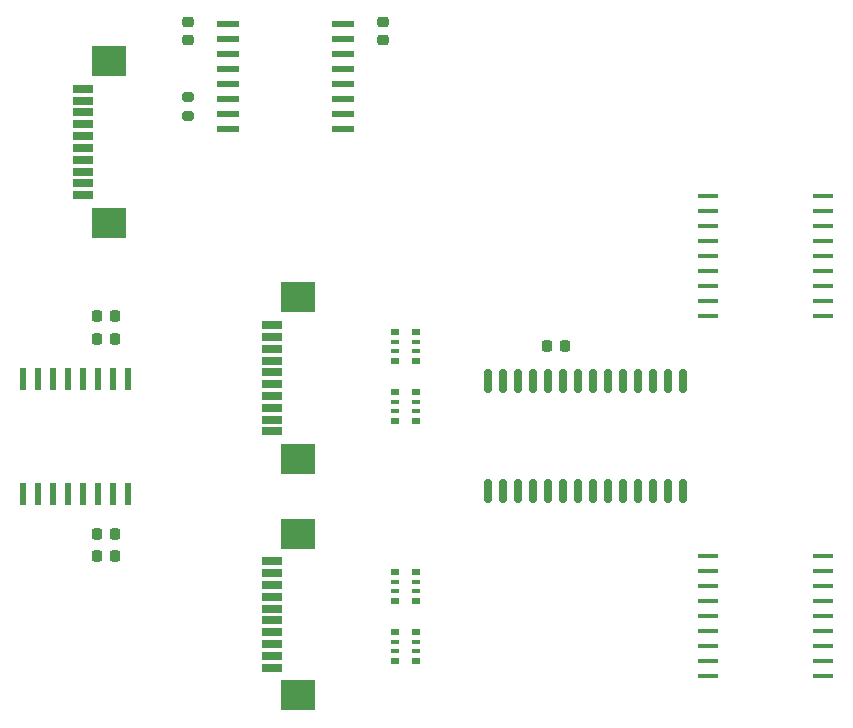
<source format=gbr>
%TF.GenerationSoftware,KiCad,Pcbnew,8.0.7-8.0.7-0~ubuntu24.04.1*%
%TF.CreationDate,2025-01-20T15:28:16+03:00*%
%TF.ProjectId,PM-DQ16-source,504d2d44-5131-4362-9d73-6f757263652e,rev?*%
%TF.SameCoordinates,Original*%
%TF.FileFunction,Paste,Top*%
%TF.FilePolarity,Positive*%
%FSLAX46Y46*%
G04 Gerber Fmt 4.6, Leading zero omitted, Abs format (unit mm)*
G04 Created by KiCad (PCBNEW 8.0.7-8.0.7-0~ubuntu24.04.1) date 2025-01-20 15:28:16*
%MOMM*%
%LPD*%
G01*
G04 APERTURE LIST*
G04 Aperture macros list*
%AMRoundRect*
0 Rectangle with rounded corners*
0 $1 Rounding radius*
0 $2 $3 $4 $5 $6 $7 $8 $9 X,Y pos of 4 corners*
0 Add a 4 corners polygon primitive as box body*
4,1,4,$2,$3,$4,$5,$6,$7,$8,$9,$2,$3,0*
0 Add four circle primitives for the rounded corners*
1,1,$1+$1,$2,$3*
1,1,$1+$1,$4,$5*
1,1,$1+$1,$6,$7*
1,1,$1+$1,$8,$9*
0 Add four rect primitives between the rounded corners*
20,1,$1+$1,$2,$3,$4,$5,0*
20,1,$1+$1,$4,$5,$6,$7,0*
20,1,$1+$1,$6,$7,$8,$9,0*
20,1,$1+$1,$8,$9,$2,$3,0*%
G04 Aperture macros list end*
%ADD10R,1.716000X0.450800*%
%ADD11R,0.800000X0.500000*%
%ADD12R,0.800000X0.400000*%
%ADD13RoundRect,0.225000X0.225000X0.250000X-0.225000X0.250000X-0.225000X-0.250000X0.225000X-0.250000X0*%
%ADD14RoundRect,0.225000X-0.225000X-0.250000X0.225000X-0.250000X0.225000X0.250000X-0.225000X0.250000X0*%
%ADD15RoundRect,0.225000X-0.250000X0.225000X-0.250000X-0.225000X0.250000X-0.225000X0.250000X0.225000X0*%
%ADD16RoundRect,0.150000X-0.150000X0.875000X-0.150000X-0.875000X0.150000X-0.875000X0.150000X0.875000X0*%
%ADD17R,1.803400X0.635000*%
%ADD18R,2.997200X2.590800*%
%ADD19R,1.854200X0.482600*%
%ADD20RoundRect,0.200000X0.275000X-0.200000X0.275000X0.200000X-0.275000X0.200000X-0.275000X-0.200000X0*%
%ADD21R,0.482600X1.854200*%
G04 APERTURE END LIST*
D10*
%TO.C,U6*%
X10389202Y25400000D03*
X10389202Y24130000D03*
X10389202Y22860000D03*
X10389202Y21590000D03*
X10389202Y20320000D03*
X10389202Y19050000D03*
X10389202Y17780000D03*
X10389202Y16510000D03*
X10389202Y15240000D03*
X20090798Y15240000D03*
X20090798Y16510000D03*
X20090798Y17780000D03*
X20090798Y19050000D03*
X20090798Y20320000D03*
X20090798Y21590000D03*
X20090798Y22860000D03*
X20090798Y24130000D03*
X20090798Y25400000D03*
%TD*%
D11*
%TO.C,RN3*%
X-16140000Y-6420000D03*
D12*
X-16140000Y-7220000D03*
X-16140000Y-8020000D03*
D11*
X-16140000Y-8820000D03*
X-14340000Y-8820000D03*
D12*
X-14340000Y-8020000D03*
X-14340000Y-7220000D03*
D11*
X-14340000Y-6420000D03*
%TD*%
D13*
%TO.C,C7*%
X-1765000Y12700000D03*
X-3315000Y12700000D03*
%TD*%
D11*
%TO.C,RN4*%
X-16140000Y-11500000D03*
D12*
X-16140000Y-12300000D03*
X-16140000Y-13100000D03*
D11*
X-16140000Y-13900000D03*
X-14340000Y-13900000D03*
D12*
X-14340000Y-13100000D03*
X-14340000Y-12300000D03*
D11*
X-14340000Y-11500000D03*
%TD*%
D14*
%TO.C,C5*%
X-41415000Y-5080000D03*
X-39865000Y-5080000D03*
%TD*%
D15*
%TO.C,C1*%
X-33655000Y40145000D03*
X-33655000Y38595000D03*
%TD*%
D11*
%TO.C,RN2*%
X-16140000Y8820000D03*
D12*
X-16140000Y8020000D03*
X-16140000Y7220000D03*
D11*
X-16140000Y6420000D03*
X-14340000Y6420000D03*
D12*
X-14340000Y7220000D03*
X-14340000Y8020000D03*
D11*
X-14340000Y8820000D03*
%TD*%
D10*
%TO.C,U7*%
X10389202Y-5080000D03*
X10389202Y-6350000D03*
X10389202Y-7620000D03*
X10389202Y-8890000D03*
X10389202Y-10160000D03*
X10389202Y-11430000D03*
X10389202Y-12700000D03*
X10389202Y-13970000D03*
X10389202Y-15240000D03*
X20090798Y-15240000D03*
X20090798Y-13970000D03*
X20090798Y-12700000D03*
X20090798Y-11430000D03*
X20090798Y-10160000D03*
X20090798Y-8890000D03*
X20090798Y-7620000D03*
X20090798Y-6350000D03*
X20090798Y-5080000D03*
%TD*%
D14*
%TO.C,C3*%
X-41415000Y15240000D03*
X-39865000Y15240000D03*
%TD*%
D16*
%TO.C,U3*%
X8255000Y9730000D03*
X6985000Y9730000D03*
X5715000Y9730000D03*
X4445000Y9730000D03*
X3175000Y9730000D03*
X1905000Y9730000D03*
X635000Y9730000D03*
X-635000Y9730000D03*
X-1905000Y9730000D03*
X-3175000Y9730000D03*
X-4445000Y9730000D03*
X-5715000Y9730000D03*
X-6985000Y9730000D03*
X-8255000Y9730000D03*
X-8255000Y430000D03*
X-6985000Y430000D03*
X-5715000Y430000D03*
X-4445000Y430000D03*
X-3175000Y430000D03*
X-1905000Y430000D03*
X-635000Y430000D03*
X635000Y430000D03*
X1905000Y430000D03*
X3175000Y430000D03*
X4445000Y430000D03*
X5715000Y430000D03*
X6985000Y430000D03*
X8255000Y430000D03*
%TD*%
D11*
%TO.C,RN1*%
X-16140000Y13900000D03*
D12*
X-16140000Y13100000D03*
X-16140000Y12300000D03*
D11*
X-16140000Y11500000D03*
X-14340000Y11500000D03*
D12*
X-14340000Y12300000D03*
X-14340000Y13100000D03*
D11*
X-14340000Y13900000D03*
%TD*%
D14*
%TO.C,C4*%
X-41415000Y13335000D03*
X-39865000Y13335000D03*
%TD*%
D17*
%TO.C,J1*%
X-42556000Y25500009D03*
X-42556000Y26500007D03*
X-42556000Y27500005D03*
X-42556000Y28500003D03*
X-42556000Y29500001D03*
X-42556000Y30499999D03*
X-42556000Y31499997D03*
X-42556000Y32499995D03*
X-42556000Y33499993D03*
X-42556000Y34499991D03*
D18*
X-40385999Y23149998D03*
X-40385999Y36850002D03*
%TD*%
D19*
%TO.C,U4*%
X-30276800Y40005000D03*
X-30276800Y38735000D03*
X-30276800Y37465000D03*
X-30276800Y36195000D03*
X-30276800Y34925000D03*
X-30276800Y33655000D03*
X-30276800Y32385000D03*
X-30276800Y31115000D03*
X-20523200Y31115000D03*
X-20523200Y32385000D03*
X-20523200Y33655000D03*
X-20523200Y34925000D03*
X-20523200Y36195000D03*
X-20523200Y37465000D03*
X-20523200Y38735000D03*
X-20523200Y40005000D03*
%TD*%
D14*
%TO.C,C6*%
X-41415000Y-3175000D03*
X-39865000Y-3175000D03*
%TD*%
D20*
%TO.C,R1*%
X-33655000Y32195000D03*
X-33655000Y33845000D03*
%TD*%
D21*
%TO.C,U5*%
X-38735000Y9956800D03*
X-40005000Y9956800D03*
X-41275000Y9956800D03*
X-42545000Y9956800D03*
X-43815000Y9956800D03*
X-45085000Y9956800D03*
X-46355000Y9956800D03*
X-47625000Y9956800D03*
X-47625000Y203200D03*
X-46355000Y203200D03*
X-45085000Y203200D03*
X-43815000Y203200D03*
X-42545000Y203200D03*
X-41275000Y203200D03*
X-40005000Y203200D03*
X-38735000Y203200D03*
%TD*%
D15*
%TO.C,C2*%
X-17145000Y40145000D03*
X-17145000Y38595000D03*
%TD*%
D17*
%TO.C,J2*%
X-26556000Y5500009D03*
X-26556000Y6500007D03*
X-26556000Y7500005D03*
X-26556000Y8500003D03*
X-26556000Y9500001D03*
X-26556000Y10499999D03*
X-26556000Y11499997D03*
X-26556000Y12499995D03*
X-26556000Y13499993D03*
X-26556000Y14499991D03*
D18*
X-24385999Y3149998D03*
X-24385999Y16850002D03*
%TD*%
D17*
%TO.C,J4*%
X-26556000Y-14499991D03*
X-26556000Y-13499993D03*
X-26556000Y-12499995D03*
X-26556000Y-11499997D03*
X-26556000Y-10499999D03*
X-26556000Y-9500001D03*
X-26556000Y-8500003D03*
X-26556000Y-7500005D03*
X-26556000Y-6500007D03*
X-26556000Y-5500009D03*
D18*
X-24385999Y-16850002D03*
X-24385999Y-3149998D03*
%TD*%
M02*

</source>
